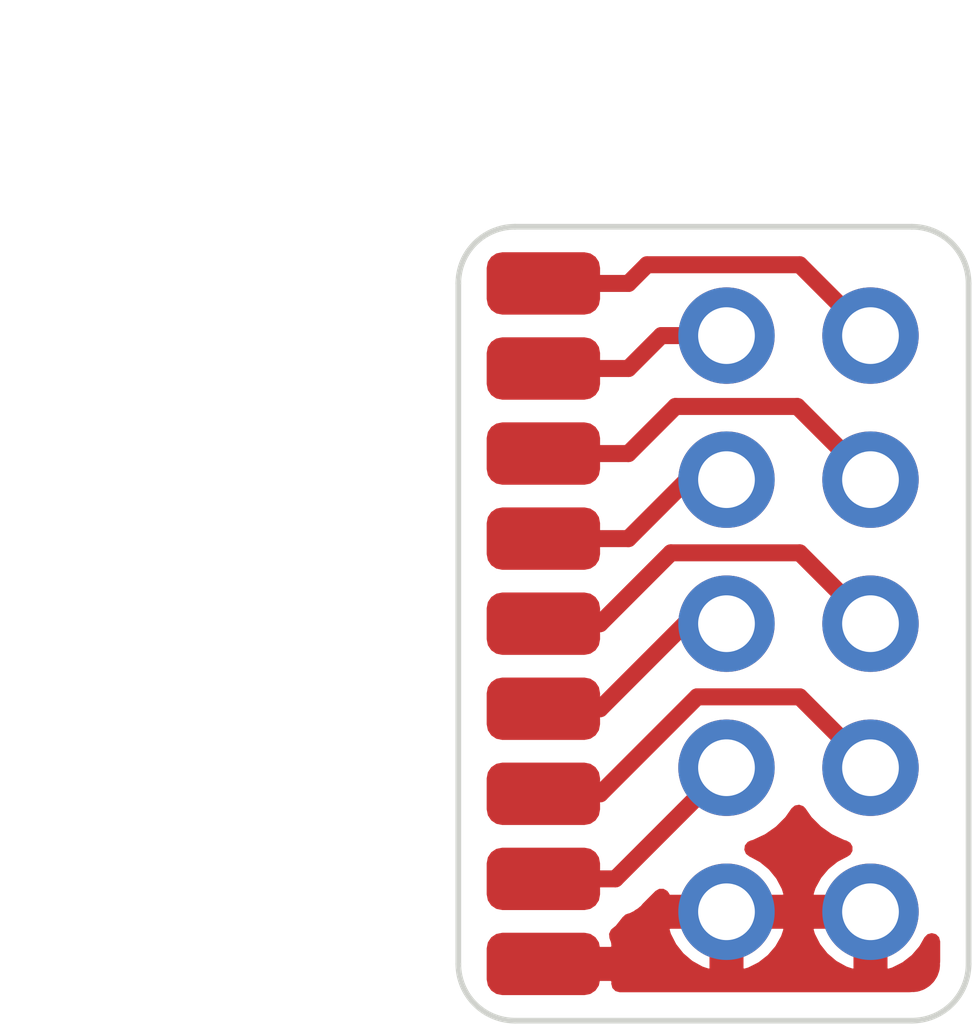
<source format=kicad_pcb>
(kicad_pcb (version 20211014) (generator pcbnew)
  (layers (0 "F.Cu" signal) (31 "B.Cu" signal) (34 "B.Paste" user) (35 "F.Paste" user) (36 "B.SilkS" user "B.Silkscreen") (37 "F.SilkS" user "F.Silkscreen") (38 "B.Mask" user) (39 "F.Mask" user) (44 "Edge.Cuts" user))
  (net 0 "")
  (net 1 "GND")
  (net 2 "/RX")
  (net 3 "/TX")
  (net 4 "/RST")
  (net 5 "/TDI")
  (net 6 "/DET")
  (net 7 "/TDO")
  (net 8 "/CLK")
  (net 9 "/TMS")
  (footprint "local:THT_Header_2x05_P2.54mm" (layer "F.Cu") (at 118.27 62.92)
    (fp_text reference "J2" hide)
    (fp_text value "adapter-connector" hide)
    (pad "1" thru_hole oval (at 0 0) (size 1.7 1.7) (drill 1) (layers *.Cu *.Mask) (net 9 "/TMS"))
    (pad "2" thru_hole oval (at -2.54 0) (size 1.7 1.7) (drill 1) (layers *.Cu *.Mask) (net 8 "/CLK"))
    (pad "3" thru_hole oval (at 0 2.54) (size 1.7 1.7) (drill 1) (layers *.Cu *.Mask) (net 7 "/TDO"))
    (pad "4" thru_hole oval (at -2.54 2.54) (size 1.7 1.7) (drill 1) (layers *.Cu *.Mask) (net 6 "/DET"))
    (pad "5" thru_hole oval (at 0 5.08) (size 1.7 1.7) (drill 1) (layers *.Cu *.Mask) (net 5 "/TDI"))
    (pad "6" thru_hole oval (at -2.54 5.08) (size 1.7 1.7) (drill 1) (layers *.Cu *.Mask) (net 4 "/RST"))
    (pad "7" thru_hole oval (at 0 7.62) (size 1.7 1.7) (drill 1) (layers *.Cu *.Mask) (net 3 "/TX"))
    (pad "8" thru_hole oval (at -2.54 7.62) (size 1.7 1.7) (drill 1) (layers *.Cu *.Mask) (net 2 "/RX"))
    (pad "9" thru_hole oval (at 0 10.16) (size 1.7 1.7) (drill 1) (layers *.Cu *.Mask) (net 1 "GND"))
    (pad "10" thru_hole oval (at -2.54 10.16) (size 1.7 1.7) (drill 1) (layers *.Cu *.Mask) (net 1 "GND"))
  )
  (footprint "local:1x9_1.5mm_edge_connector" (layer "F.Cu") (at 112.5 74)
    (fp_text reference "J1" hide)
    (fp_text value "hs-probe-side" hide)
    (pad "1" smd roundrect (at 0 0) (size 2 1.1) (layers "F.Cu" "F.Mask") (net 1 "GND"))
    (pad "2" smd roundrect (at 0 -1.5) (size 2 1.1) (layers "F.Cu" "F.Mask") (net 2 "/RX"))
    (pad "3" smd roundrect (at 0 -3) (size 2 1.1) (layers "F.Cu" "F.Mask") (net 3 "/TX"))
    (pad "4" smd roundrect (at 0 -4.5) (size 2 1.1) (layers "F.Cu" "F.Mask") (net 4 "/RST"))
    (pad "5" smd roundrect (at 0 -6) (size 2 1.1) (layers "F.Cu" "F.Mask") (net 5 "/TDI"))
    (pad "6" smd roundrect (at 0 -7.5) (size 2 1.1) (layers "F.Cu" "F.Mask") (net 6 "/DET"))
    (pad "7" smd roundrect (at 0 -9) (size 2 1.1) (layers "F.Cu" "F.Mask") (net 7 "/TDO"))
    (pad "8" smd roundrect (at 0 -10.5) (size 2 1.1) (layers "F.Cu" "F.Mask") (net 8 "/CLK"))
    (pad "9" smd roundrect (at 0 -12) (size 2 1.1) (layers "F.Cu" "F.Mask") (net 9 "/TMS"))
  )
  (gr_arc (start 112 75) (mid 111.292893 74.707107) (end 111 74) (layer "Edge.Cuts") (width 0.1))
  (gr_arc (start 119 61) (mid 119.707107 61.292893) (end 120 62) (layer "Edge.Cuts") (width 0.1))
  (gr_line (start 112 75) (end 119 75) (layer "Edge.Cuts") (width 0.1))
  (gr_arc (start 120 74) (mid 119.707107 74.707107) (end 119 75) (layer "Edge.Cuts") (width 0.1))
  (gr_line (start 120 74) (end 120 62) (layer "Edge.Cuts") (width 0.1))
  (gr_arc (start 111 62) (mid 111.292893 61.292893) (end 112 61) (layer "Edge.Cuts") (width 0.1))
  (gr_line (start 119 61) (end 112 61) (layer "Edge.Cuts") (width 0.1))
  (gr_line (start 111 62) (end 111 74) (layer "Edge.Cuts") (width 0.1))
  (segment (start 112.5 72.5) (end 113.77 72.5) (width 0.3) (layer "F.Cu") (net 2))
  (segment (start 113.77 72.5) (end 115.73 70.54) (width 0.3) (layer "F.Cu") (net 2))
  (segment (start 112.5 71) (end 113.502924 71) (width 0.3) (layer "F.Cu") (net 3))
  (segment (start 115.212435 69.290489) (end 117.020489 69.290489) (width 0.3) (layer "F.Cu") (net 3))
  (segment (start 113.502924 71) (end 115.212435 69.290489) (width 0.3) (layer "F.Cu") (net 3))
  (segment (start 117.020489 69.290489) (end 118.27 70.54) (width 0.3) (layer "F.Cu") (net 3))
  (segment (start 113.5 69.5) (end 115 68) (width 0.3) (layer "F.Cu") (net 4))
  (segment (start 112.5 69.5) (end 113.5 69.5) (width 0.3) (layer "F.Cu") (net 4))
  (segment (start 115 68) (end 115.73 68) (width 0.3) (layer "F.Cu") (net 4))
  (segment (start 117.020489 66.750489) (end 114.749511 66.750489) (width 0.3) (layer "F.Cu") (net 5))
  (segment (start 114.749511 66.750489) (end 113.5 68) (width 0.3) (layer "F.Cu") (net 5))
  (segment (start 118.27 68) (end 117.020489 66.750489) (width 0.3) (layer "F.Cu") (net 5))
  (segment (start 112.5 68) (end 113.5 68) (width 0.3) (layer "F.Cu") (net 5))
  (segment (start 115.04 65.46) (end 115.73 65.46) (width 0.3) (layer "F.Cu") (net 6))
  (segment (start 112.5 66.5) (end 114 66.5) (width 0.3) (layer "F.Cu") (net 6))
  (segment (start 114 66.5) (end 115.04 65.46) (width 0.3) (layer "F.Cu") (net 6))
  (segment (start 114.830489 64.169511) (end 116.979511 64.169511) (width 0.3) (layer "F.Cu") (net 7))
  (segment (start 112.5 65) (end 114 65) (width 0.3) (layer "F.Cu") (net 7))
  (segment (start 114 65) (end 114.830489 64.169511) (width 0.3) (layer "F.Cu") (net 7))
  (segment (start 116.979511 64.169511) (end 118.27 65.46) (width 0.3) (layer "F.Cu") (net 7))
  (segment (start 112.5 63.5) (end 114 63.5) (width 0.3) (layer "F.Cu") (net 8))
  (segment (start 114.58 62.92) (end 115.73 62.92) (width 0.3) (layer "F.Cu") (net 8))
  (segment (start 114 63.5) (end 114.58 62.92) (width 0.3) (layer "F.Cu") (net 8))
  (segment (start 114 62) (end 114.329511 61.670489) (width 0.3) (layer "F.Cu") (net 9))
  (segment (start 117.020489 61.670489) (end 118.27 62.92) (width 0.3) (layer "F.Cu") (net 9))
  (segment (start 114.329511 61.670489) (end 117.020489 61.670489) (width 0.3) (layer "F.Cu") (net 9))
  (segment (start 112.5 62) (end 114 62) (width 0.3) (layer "F.Cu") (net 9))
  (zone (net 1) (net_name "GND") (layer "F.Cu") (connect_pads (clearance 0.5)) (min_thickness 0.3) (fill yes (thermal_gap 0.2) (thermal_bridge_width 0.6))
    (polygon (pts (xy 120 75) (xy 111 75) (xy 111 61) (xy 120 61)))
  )
)
</source>
